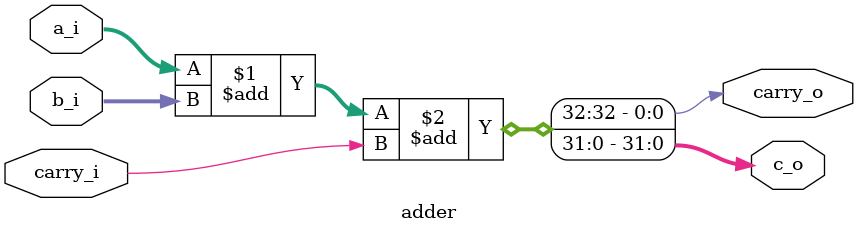
<source format=v>
`default_nettype none

module adder #(
    parameter integer DATA_BITS = 32
)(
    input  wire                         carry_i,
    input  wire [DATA_BITS-1 : 0]       a_i,
    input  wire [DATA_BITS-1 : 0]       b_i,
    output wire [DATA_BITS-1 : 0]       c_o,
    output wire                         carry_o
);

    assign {carry_o, c_o} = a_i + b_i + carry_i;

endmodule

</source>
